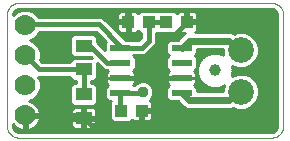
<source format=gtl>
G75*
%MOIN*%
%OFA0B0*%
%FSLAX25Y25*%
%IPPOS*%
%LPD*%
%AMOC8*
5,1,8,0,0,1.08239X$1,22.5*
%
%ADD10C,0.00000*%
%ADD11R,0.04134X0.04252*%
%ADD12R,0.05512X0.04331*%
%ADD13C,0.07000*%
%ADD14C,0.08600*%
%ADD15R,0.06700X0.02100*%
%ADD16C,0.03937*%
%ADD17C,0.02400*%
%ADD18C,0.01600*%
%ADD19C,0.01000*%
%ADD20C,0.03762*%
D10*
X0005437Y0001759D02*
X0089689Y0001759D01*
X0089813Y0001761D01*
X0089936Y0001767D01*
X0090060Y0001776D01*
X0090182Y0001790D01*
X0090305Y0001807D01*
X0090427Y0001829D01*
X0090548Y0001854D01*
X0090668Y0001883D01*
X0090787Y0001915D01*
X0090906Y0001952D01*
X0091023Y0001992D01*
X0091138Y0002035D01*
X0091253Y0002083D01*
X0091365Y0002134D01*
X0091476Y0002188D01*
X0091586Y0002246D01*
X0091693Y0002307D01*
X0091799Y0002372D01*
X0091902Y0002440D01*
X0092003Y0002511D01*
X0092102Y0002585D01*
X0092199Y0002662D01*
X0092293Y0002743D01*
X0092384Y0002826D01*
X0092473Y0002912D01*
X0092559Y0003001D01*
X0092642Y0003092D01*
X0092723Y0003186D01*
X0092800Y0003283D01*
X0092874Y0003382D01*
X0092945Y0003483D01*
X0093013Y0003586D01*
X0093078Y0003692D01*
X0093139Y0003799D01*
X0093197Y0003909D01*
X0093251Y0004020D01*
X0093302Y0004132D01*
X0093350Y0004247D01*
X0093393Y0004362D01*
X0093433Y0004479D01*
X0093470Y0004598D01*
X0093502Y0004717D01*
X0093531Y0004837D01*
X0093556Y0004958D01*
X0093578Y0005080D01*
X0093595Y0005203D01*
X0093609Y0005325D01*
X0093618Y0005449D01*
X0093624Y0005572D01*
X0093626Y0005696D01*
X0093626Y0042703D01*
X0093624Y0042827D01*
X0093618Y0042950D01*
X0093609Y0043074D01*
X0093595Y0043196D01*
X0093578Y0043319D01*
X0093556Y0043441D01*
X0093531Y0043562D01*
X0093502Y0043682D01*
X0093470Y0043801D01*
X0093433Y0043920D01*
X0093393Y0044037D01*
X0093350Y0044152D01*
X0093302Y0044267D01*
X0093251Y0044379D01*
X0093197Y0044490D01*
X0093139Y0044600D01*
X0093078Y0044707D01*
X0093013Y0044813D01*
X0092945Y0044916D01*
X0092874Y0045017D01*
X0092800Y0045116D01*
X0092723Y0045213D01*
X0092642Y0045307D01*
X0092559Y0045398D01*
X0092473Y0045487D01*
X0092384Y0045573D01*
X0092293Y0045656D01*
X0092199Y0045737D01*
X0092102Y0045814D01*
X0092003Y0045888D01*
X0091902Y0045959D01*
X0091799Y0046027D01*
X0091693Y0046092D01*
X0091586Y0046153D01*
X0091476Y0046211D01*
X0091365Y0046265D01*
X0091253Y0046316D01*
X0091138Y0046364D01*
X0091023Y0046407D01*
X0090906Y0046447D01*
X0090787Y0046484D01*
X0090668Y0046516D01*
X0090548Y0046545D01*
X0090427Y0046570D01*
X0090305Y0046592D01*
X0090182Y0046609D01*
X0090060Y0046623D01*
X0089936Y0046632D01*
X0089813Y0046638D01*
X0089689Y0046640D01*
X0005437Y0046640D01*
X0005313Y0046638D01*
X0005190Y0046632D01*
X0005066Y0046623D01*
X0004944Y0046609D01*
X0004821Y0046592D01*
X0004699Y0046570D01*
X0004578Y0046545D01*
X0004458Y0046516D01*
X0004339Y0046484D01*
X0004220Y0046447D01*
X0004103Y0046407D01*
X0003988Y0046364D01*
X0003873Y0046316D01*
X0003761Y0046265D01*
X0003650Y0046211D01*
X0003540Y0046153D01*
X0003433Y0046092D01*
X0003327Y0046027D01*
X0003224Y0045959D01*
X0003123Y0045888D01*
X0003024Y0045814D01*
X0002927Y0045737D01*
X0002833Y0045656D01*
X0002742Y0045573D01*
X0002653Y0045487D01*
X0002567Y0045398D01*
X0002484Y0045307D01*
X0002403Y0045213D01*
X0002326Y0045116D01*
X0002252Y0045017D01*
X0002181Y0044916D01*
X0002113Y0044813D01*
X0002048Y0044707D01*
X0001987Y0044600D01*
X0001929Y0044490D01*
X0001875Y0044379D01*
X0001824Y0044267D01*
X0001776Y0044152D01*
X0001733Y0044037D01*
X0001693Y0043920D01*
X0001656Y0043801D01*
X0001624Y0043682D01*
X0001595Y0043562D01*
X0001570Y0043441D01*
X0001548Y0043319D01*
X0001531Y0043196D01*
X0001517Y0043074D01*
X0001508Y0042950D01*
X0001502Y0042827D01*
X0001500Y0042703D01*
X0001500Y0005696D01*
X0001502Y0005572D01*
X0001508Y0005449D01*
X0001517Y0005325D01*
X0001531Y0005203D01*
X0001548Y0005080D01*
X0001570Y0004958D01*
X0001595Y0004837D01*
X0001624Y0004717D01*
X0001656Y0004598D01*
X0001693Y0004479D01*
X0001733Y0004362D01*
X0001776Y0004247D01*
X0001824Y0004132D01*
X0001875Y0004020D01*
X0001929Y0003909D01*
X0001987Y0003799D01*
X0002048Y0003692D01*
X0002113Y0003586D01*
X0002181Y0003483D01*
X0002252Y0003382D01*
X0002326Y0003283D01*
X0002403Y0003186D01*
X0002484Y0003092D01*
X0002567Y0003001D01*
X0002653Y0002912D01*
X0002742Y0002826D01*
X0002833Y0002743D01*
X0002927Y0002662D01*
X0003024Y0002585D01*
X0003123Y0002511D01*
X0003224Y0002440D01*
X0003327Y0002372D01*
X0003433Y0002307D01*
X0003540Y0002246D01*
X0003650Y0002188D01*
X0003761Y0002134D01*
X0003873Y0002083D01*
X0003988Y0002035D01*
X0004103Y0001992D01*
X0004220Y0001952D01*
X0004339Y0001915D01*
X0004458Y0001883D01*
X0004578Y0001854D01*
X0004699Y0001829D01*
X0004821Y0001807D01*
X0004944Y0001790D01*
X0005066Y0001776D01*
X0005190Y0001767D01*
X0005313Y0001761D01*
X0005437Y0001759D01*
D11*
X0039472Y0010774D03*
X0046362Y0010774D03*
X0048764Y0040302D03*
X0054512Y0040302D03*
X0061402Y0040302D03*
X0041874Y0040302D03*
D12*
X0027051Y0032428D03*
X0027051Y0024554D03*
X0027051Y0016168D03*
X0027051Y0008294D03*
D13*
X0007563Y0009199D03*
X0007563Y0019199D03*
X0007563Y0029199D03*
X0007563Y0039199D03*
D14*
X0079531Y0030892D03*
X0079531Y0017113D03*
D15*
X0059731Y0016699D03*
X0059731Y0021699D03*
X0059731Y0026699D03*
X0059731Y0031699D03*
X0039331Y0031699D03*
X0039331Y0026699D03*
X0039331Y0021699D03*
X0039331Y0016699D03*
D16*
X0070791Y0024199D03*
D17*
X0078665Y0030892D02*
X0079531Y0030892D01*
X0078665Y0030892D02*
X0075516Y0034042D01*
X0062074Y0034042D01*
X0059731Y0031699D01*
X0075516Y0014357D02*
X0078272Y0017113D01*
X0079531Y0017113D01*
X0075516Y0014357D02*
X0062074Y0014357D01*
X0059731Y0016699D01*
D18*
X0052681Y0012979D02*
X0052681Y0021699D01*
X0052681Y0033255D01*
X0055043Y0035617D01*
X0056717Y0035617D01*
X0061402Y0040302D01*
X0061402Y0043432D01*
X0060555Y0044278D01*
X0042445Y0044278D01*
X0041657Y0043491D01*
X0041657Y0040518D01*
X0041874Y0040302D01*
X0048764Y0040302D02*
X0054512Y0040302D01*
X0048764Y0040302D02*
X0048764Y0034062D01*
X0046382Y0031680D01*
X0039351Y0031680D01*
X0039331Y0031699D01*
X0039331Y0032431D01*
X0032209Y0039554D01*
X0007917Y0039554D01*
X0007563Y0039199D01*
X0007563Y0029199D02*
X0012209Y0024554D01*
X0027051Y0024554D01*
X0027051Y0016168D01*
X0039331Y0016699D02*
X0039331Y0010915D01*
X0039472Y0010774D01*
X0046362Y0010774D02*
X0046362Y0007523D01*
X0044807Y0005968D01*
X0029377Y0005968D01*
X0027051Y0008294D01*
X0026146Y0009199D01*
X0007563Y0009199D01*
X0039331Y0016699D02*
X0046559Y0016699D01*
X0046776Y0016916D01*
X0050713Y0011010D02*
X0052681Y0012979D01*
X0050713Y0011010D02*
X0046598Y0011010D01*
X0046362Y0010774D01*
X0052681Y0021699D02*
X0039331Y0021699D01*
X0039331Y0026699D02*
X0039272Y0026759D01*
X0034965Y0026759D01*
X0029295Y0032428D01*
X0027051Y0032428D01*
X0052681Y0021699D02*
X0059731Y0021699D01*
D19*
X0059706Y0021674D02*
X0054881Y0021674D01*
X0054881Y0020452D01*
X0054984Y0020070D01*
X0055181Y0019728D01*
X0055460Y0019449D01*
X0055598Y0019370D01*
X0054681Y0018454D01*
X0054681Y0014945D01*
X0055677Y0013949D01*
X0058380Y0013949D01*
X0059616Y0012714D01*
X0060431Y0011898D01*
X0061497Y0011457D01*
X0076093Y0011457D01*
X0076800Y0011750D01*
X0078338Y0011113D01*
X0080725Y0011113D01*
X0082930Y0012026D01*
X0084618Y0013714D01*
X0085531Y0015919D01*
X0085531Y0018306D01*
X0084618Y0020512D01*
X0082930Y0022199D01*
X0080725Y0023113D01*
X0078338Y0023113D01*
X0076387Y0022305D01*
X0076469Y0022481D01*
X0076541Y0022541D01*
X0076551Y0022656D01*
X0076600Y0022761D01*
X0076568Y0022849D01*
X0076596Y0023176D01*
X0076681Y0023493D01*
X0076741Y0023565D01*
X0076731Y0023680D01*
X0076761Y0023791D01*
X0076714Y0023872D01*
X0076686Y0024199D01*
X0076714Y0024527D01*
X0076761Y0024608D01*
X0076731Y0024719D01*
X0076741Y0024834D01*
X0076681Y0024906D01*
X0076596Y0025223D01*
X0076568Y0025550D01*
X0076591Y0025616D01*
X0078338Y0024892D01*
X0080725Y0024892D01*
X0082930Y0025806D01*
X0084618Y0027494D01*
X0085531Y0029699D01*
X0085531Y0032086D01*
X0084618Y0034291D01*
X0082930Y0035979D01*
X0080725Y0036892D01*
X0078338Y0036892D01*
X0077227Y0036432D01*
X0077158Y0036500D01*
X0076093Y0036942D01*
X0064331Y0036942D01*
X0064390Y0036976D01*
X0064669Y0037255D01*
X0064866Y0037597D01*
X0064968Y0037978D01*
X0064968Y0039802D01*
X0061902Y0039802D01*
X0061902Y0040802D01*
X0064968Y0040802D01*
X0064968Y0042625D01*
X0064866Y0043007D01*
X0064669Y0043349D01*
X0064390Y0043628D01*
X0064047Y0043826D01*
X0063666Y0043928D01*
X0061902Y0043928D01*
X0061902Y0040802D01*
X0060902Y0040802D01*
X0060902Y0043928D01*
X0059137Y0043928D01*
X0058756Y0043826D01*
X0058414Y0043628D01*
X0058134Y0043349D01*
X0058108Y0043303D01*
X0057283Y0044128D01*
X0051741Y0044128D01*
X0051638Y0044025D01*
X0051535Y0044128D01*
X0045993Y0044128D01*
X0045168Y0043303D01*
X0045141Y0043349D01*
X0044862Y0043628D01*
X0044520Y0043826D01*
X0044138Y0043928D01*
X0042374Y0043928D01*
X0042374Y0040802D01*
X0041374Y0040802D01*
X0041374Y0043928D01*
X0039610Y0043928D01*
X0039228Y0043826D01*
X0038886Y0043628D01*
X0038607Y0043349D01*
X0038409Y0043007D01*
X0038307Y0042625D01*
X0038307Y0040802D01*
X0041374Y0040802D01*
X0041374Y0039802D01*
X0038307Y0039802D01*
X0038307Y0037978D01*
X0038409Y0037597D01*
X0038607Y0037255D01*
X0038886Y0036976D01*
X0039228Y0036778D01*
X0039610Y0036676D01*
X0041374Y0036676D01*
X0041374Y0039802D01*
X0042374Y0039802D01*
X0042374Y0036676D01*
X0044138Y0036676D01*
X0044520Y0036778D01*
X0044862Y0036976D01*
X0045141Y0037255D01*
X0045168Y0037301D01*
X0045993Y0036476D01*
X0046264Y0036476D01*
X0046264Y0035097D01*
X0045346Y0034180D01*
X0043655Y0034180D01*
X0043386Y0034449D01*
X0040849Y0034449D01*
X0040748Y0034550D01*
X0033625Y0041673D01*
X0032706Y0042054D01*
X0012009Y0042054D01*
X0011971Y0042145D01*
X0010509Y0043608D01*
X0008597Y0044399D01*
X0006529Y0044399D01*
X0004617Y0043608D01*
X0003500Y0042490D01*
X0003500Y0042703D01*
X0003537Y0043081D01*
X0003826Y0043780D01*
X0004361Y0044314D01*
X0005059Y0044603D01*
X0005437Y0044640D01*
X0089689Y0044640D01*
X0090067Y0044603D01*
X0090765Y0044314D01*
X0091300Y0043780D01*
X0091589Y0043081D01*
X0091626Y0042703D01*
X0091626Y0005696D01*
X0091589Y0005318D01*
X0091300Y0004619D01*
X0090765Y0004085D01*
X0090067Y0003796D01*
X0089689Y0003759D01*
X0005437Y0003759D01*
X0005059Y0003796D01*
X0004361Y0004085D01*
X0003826Y0004619D01*
X0003537Y0005318D01*
X0003500Y0005696D01*
X0003500Y0006285D01*
X0003749Y0005942D01*
X0004306Y0005386D01*
X0004942Y0004923D01*
X0005644Y0004566D01*
X0006392Y0004323D01*
X0007063Y0004216D01*
X0007063Y0008699D01*
X0008063Y0008699D01*
X0008063Y0004216D01*
X0008734Y0004323D01*
X0009482Y0004566D01*
X0010184Y0004923D01*
X0010820Y0005386D01*
X0011377Y0005942D01*
X0011839Y0006579D01*
X0012197Y0007280D01*
X0012440Y0008029D01*
X0012546Y0008699D01*
X0008063Y0008699D01*
X0008063Y0009699D01*
X0012546Y0009699D01*
X0012440Y0010370D01*
X0012197Y0011119D01*
X0011839Y0011820D01*
X0011377Y0012457D01*
X0010820Y0013013D01*
X0010184Y0013476D01*
X0009482Y0013833D01*
X0008761Y0014067D01*
X0010509Y0014791D01*
X0011971Y0016254D01*
X0012763Y0018165D01*
X0012763Y0020234D01*
X0012009Y0022054D01*
X0022595Y0022054D01*
X0022595Y0021684D01*
X0023591Y0020688D01*
X0024551Y0020688D01*
X0024551Y0020033D01*
X0023591Y0020033D01*
X0022595Y0019037D01*
X0022595Y0013298D01*
X0023591Y0012303D01*
X0030511Y0012303D01*
X0031507Y0013298D01*
X0031507Y0019037D01*
X0030511Y0020033D01*
X0029551Y0020033D01*
X0029551Y0020688D01*
X0030511Y0020688D01*
X0031507Y0021684D01*
X0031507Y0026680D01*
X0033548Y0024639D01*
X0034467Y0024259D01*
X0034968Y0024259D01*
X0035198Y0024029D01*
X0035060Y0023950D01*
X0034781Y0023670D01*
X0034584Y0023328D01*
X0034481Y0022947D01*
X0034481Y0021724D01*
X0039306Y0021724D01*
X0039306Y0021674D01*
X0034481Y0021674D01*
X0034481Y0020452D01*
X0034584Y0020070D01*
X0034781Y0019728D01*
X0035060Y0019449D01*
X0035198Y0019370D01*
X0034281Y0018454D01*
X0034281Y0014945D01*
X0035277Y0013949D01*
X0036051Y0013949D01*
X0035706Y0013604D01*
X0035706Y0007944D01*
X0036701Y0006948D01*
X0042244Y0006948D01*
X0043068Y0007773D01*
X0043095Y0007727D01*
X0043374Y0007448D01*
X0043716Y0007251D01*
X0044098Y0007148D01*
X0045862Y0007148D01*
X0045862Y0010274D01*
X0046862Y0010274D01*
X0046862Y0007148D01*
X0048627Y0007148D01*
X0049008Y0007251D01*
X0049350Y0007448D01*
X0049629Y0007727D01*
X0049827Y0008069D01*
X0049929Y0008451D01*
X0049929Y0010274D01*
X0046862Y0010274D01*
X0046862Y0011274D01*
X0049929Y0011274D01*
X0049929Y0013098D01*
X0049827Y0013479D01*
X0049629Y0013821D01*
X0049350Y0014101D01*
X0049144Y0014220D01*
X0049811Y0014887D01*
X0050357Y0016204D01*
X0050357Y0017628D01*
X0049811Y0018945D01*
X0048804Y0019952D01*
X0047488Y0020497D01*
X0046063Y0020497D01*
X0044747Y0019952D01*
X0043995Y0019199D01*
X0043636Y0019199D01*
X0043465Y0019370D01*
X0043603Y0019449D01*
X0043882Y0019728D01*
X0044079Y0020070D01*
X0044181Y0020452D01*
X0044181Y0021674D01*
X0039357Y0021674D01*
X0039357Y0021724D01*
X0044181Y0021724D01*
X0044181Y0022947D01*
X0044079Y0023328D01*
X0043882Y0023670D01*
X0043603Y0023950D01*
X0043465Y0024029D01*
X0044381Y0024945D01*
X0044381Y0028454D01*
X0043655Y0029180D01*
X0046879Y0029180D01*
X0047798Y0029560D01*
X0050180Y0031942D01*
X0050883Y0032646D01*
X0051264Y0033564D01*
X0051264Y0036476D01*
X0051535Y0036476D01*
X0051638Y0036579D01*
X0051741Y0036476D01*
X0057283Y0036476D01*
X0058108Y0037301D01*
X0058134Y0037255D01*
X0058414Y0036976D01*
X0058756Y0036778D01*
X0059137Y0036676D01*
X0060855Y0036676D01*
X0060431Y0036500D01*
X0059616Y0035685D01*
X0058380Y0034449D01*
X0055677Y0034449D01*
X0054681Y0033454D01*
X0054681Y0029945D01*
X0055427Y0029199D01*
X0054681Y0028454D01*
X0054681Y0024945D01*
X0055598Y0024029D01*
X0055460Y0023950D01*
X0055181Y0023670D01*
X0054984Y0023328D01*
X0054881Y0022947D01*
X0054881Y0021724D01*
X0059706Y0021724D01*
X0059706Y0021674D01*
X0059757Y0021674D02*
X0059757Y0021724D01*
X0064581Y0021724D01*
X0064581Y0022947D01*
X0064479Y0023328D01*
X0064282Y0023670D01*
X0064003Y0023950D01*
X0063865Y0024029D01*
X0064781Y0024945D01*
X0064781Y0028454D01*
X0064036Y0029199D01*
X0064781Y0029945D01*
X0064781Y0031142D01*
X0073531Y0031142D01*
X0073531Y0029699D01*
X0073677Y0029347D01*
X0073469Y0029493D01*
X0073423Y0029574D01*
X0073311Y0029603D01*
X0073217Y0029670D01*
X0073125Y0029653D01*
X0072807Y0029738D01*
X0072510Y0029877D01*
X0072450Y0029949D01*
X0072335Y0029959D01*
X0072230Y0030008D01*
X0072142Y0029976D01*
X0071815Y0030004D01*
X0071498Y0030089D01*
X0071426Y0030149D01*
X0071311Y0030139D01*
X0071199Y0030169D01*
X0071119Y0030123D01*
X0070791Y0030094D01*
X0070464Y0030123D01*
X0070383Y0030169D01*
X0070272Y0030139D01*
X0070157Y0030149D01*
X0070085Y0030089D01*
X0069768Y0030004D01*
X0069441Y0029976D01*
X0069353Y0030008D01*
X0069248Y0029959D01*
X0069133Y0029949D01*
X0069073Y0029877D01*
X0068775Y0029738D01*
X0068458Y0029653D01*
X0068366Y0029670D01*
X0068271Y0029603D01*
X0068160Y0029574D01*
X0068113Y0029493D01*
X0067844Y0029304D01*
X0067546Y0029165D01*
X0067453Y0029165D01*
X0067371Y0029084D01*
X0067267Y0029035D01*
X0067235Y0028947D01*
X0067002Y0028715D01*
X0066733Y0028526D01*
X0066641Y0028510D01*
X0066575Y0028416D01*
X0066481Y0028349D01*
X0066464Y0028257D01*
X0066276Y0027988D01*
X0066044Y0027756D01*
X0065956Y0027724D01*
X0065907Y0027619D01*
X0065825Y0027538D01*
X0065825Y0027444D01*
X0065687Y0027147D01*
X0065498Y0026878D01*
X0065417Y0026831D01*
X0065387Y0026719D01*
X0065321Y0026625D01*
X0065337Y0026533D01*
X0065252Y0026215D01*
X0065114Y0025918D01*
X0065042Y0025858D01*
X0065032Y0025743D01*
X0064983Y0025638D01*
X0065015Y0025550D01*
X0064986Y0025223D01*
X0064901Y0024906D01*
X0064841Y0024834D01*
X0064851Y0024719D01*
X0064822Y0024608D01*
X0064868Y0024527D01*
X0064897Y0024199D01*
X0064868Y0023872D01*
X0064822Y0023791D01*
X0064851Y0023680D01*
X0064841Y0023565D01*
X0064901Y0023493D01*
X0064986Y0023176D01*
X0065015Y0022849D01*
X0064983Y0022761D01*
X0065032Y0022656D01*
X0065042Y0022541D01*
X0065114Y0022481D01*
X0065252Y0022183D01*
X0065337Y0021866D01*
X0065321Y0021774D01*
X0065387Y0021680D01*
X0065417Y0021568D01*
X0065498Y0021521D01*
X0065687Y0021252D01*
X0065825Y0020955D01*
X0065825Y0020861D01*
X0065907Y0020779D01*
X0065956Y0020675D01*
X0066044Y0020643D01*
X0066276Y0020411D01*
X0066464Y0020141D01*
X0066481Y0020049D01*
X0066575Y0019983D01*
X0066641Y0019889D01*
X0066733Y0019872D01*
X0067002Y0019684D01*
X0067235Y0019452D01*
X0067267Y0019364D01*
X0067371Y0019315D01*
X0067453Y0019234D01*
X0067546Y0019234D01*
X0067844Y0019095D01*
X0068113Y0018906D01*
X0068160Y0018825D01*
X0068271Y0018795D01*
X0068366Y0018729D01*
X0068458Y0018746D01*
X0068775Y0018660D01*
X0069073Y0018522D01*
X0069133Y0018450D01*
X0069248Y0018440D01*
X0069353Y0018391D01*
X0069441Y0018423D01*
X0069768Y0018395D01*
X0070085Y0018310D01*
X0070157Y0018249D01*
X0070272Y0018260D01*
X0070383Y0018230D01*
X0070464Y0018276D01*
X0070791Y0018305D01*
X0071119Y0018276D01*
X0071199Y0018230D01*
X0071311Y0018260D01*
X0071426Y0018249D01*
X0071498Y0018310D01*
X0071815Y0018395D01*
X0072142Y0018423D01*
X0072230Y0018391D01*
X0072335Y0018440D01*
X0072450Y0018450D01*
X0072510Y0018522D01*
X0072807Y0018660D01*
X0073125Y0018746D01*
X0073217Y0018729D01*
X0073311Y0018795D01*
X0073423Y0018825D01*
X0073469Y0018906D01*
X0073739Y0019095D01*
X0073887Y0019164D01*
X0073531Y0018306D01*
X0073531Y0017257D01*
X0064781Y0017257D01*
X0064781Y0018454D01*
X0063865Y0019370D01*
X0064003Y0019449D01*
X0064282Y0019728D01*
X0064479Y0020070D01*
X0064581Y0020452D01*
X0064581Y0021674D01*
X0059757Y0021674D01*
X0064581Y0021729D02*
X0065353Y0021729D01*
X0064999Y0022727D02*
X0064581Y0022727D01*
X0064839Y0023726D02*
X0064226Y0023726D01*
X0064560Y0024724D02*
X0064851Y0024724D01*
X0064781Y0025723D02*
X0065023Y0025723D01*
X0064781Y0026721D02*
X0065388Y0026721D01*
X0065954Y0027720D02*
X0064781Y0027720D01*
X0064517Y0028718D02*
X0067006Y0028718D01*
X0068695Y0029717D02*
X0064553Y0029717D01*
X0064781Y0030715D02*
X0073531Y0030715D01*
X0073531Y0029717D02*
X0072888Y0029717D01*
X0076732Y0024724D02*
X0091626Y0024724D01*
X0091626Y0023726D02*
X0076744Y0023726D01*
X0076584Y0022727D02*
X0077407Y0022727D01*
X0081656Y0022727D02*
X0091626Y0022727D01*
X0091626Y0021729D02*
X0083401Y0021729D01*
X0084399Y0020730D02*
X0091626Y0020730D01*
X0091626Y0019732D02*
X0084941Y0019732D01*
X0085355Y0018733D02*
X0091626Y0018733D01*
X0091626Y0017735D02*
X0085531Y0017735D01*
X0085531Y0016736D02*
X0091626Y0016736D01*
X0091626Y0015738D02*
X0085456Y0015738D01*
X0085043Y0014739D02*
X0091626Y0014739D01*
X0091626Y0013741D02*
X0084629Y0013741D01*
X0083646Y0012742D02*
X0091626Y0012742D01*
X0091626Y0011744D02*
X0082248Y0011744D01*
X0076815Y0011744D02*
X0076785Y0011744D01*
X0073531Y0017735D02*
X0064781Y0017735D01*
X0064502Y0018733D02*
X0068360Y0018733D01*
X0068388Y0018733D02*
X0068504Y0018733D01*
X0066934Y0019732D02*
X0064284Y0019732D01*
X0064581Y0020730D02*
X0065930Y0020730D01*
X0073079Y0018733D02*
X0073194Y0018733D01*
X0073222Y0018733D02*
X0073708Y0018733D01*
X0060805Y0011744D02*
X0049929Y0011744D01*
X0049929Y0012742D02*
X0059588Y0012742D01*
X0058589Y0013741D02*
X0049676Y0013741D01*
X0049663Y0014739D02*
X0054888Y0014739D01*
X0054681Y0015738D02*
X0050164Y0015738D01*
X0050357Y0016736D02*
X0054681Y0016736D01*
X0054681Y0017735D02*
X0050313Y0017735D01*
X0049899Y0018733D02*
X0054961Y0018733D01*
X0055179Y0019732D02*
X0049024Y0019732D01*
X0044527Y0019732D02*
X0043884Y0019732D01*
X0044181Y0020730D02*
X0054881Y0020730D01*
X0054881Y0021729D02*
X0044181Y0021729D01*
X0044181Y0022727D02*
X0054881Y0022727D01*
X0055236Y0023726D02*
X0043826Y0023726D01*
X0044160Y0024724D02*
X0054903Y0024724D01*
X0054681Y0025723D02*
X0044381Y0025723D01*
X0044381Y0026721D02*
X0054681Y0026721D01*
X0054681Y0027720D02*
X0044381Y0027720D01*
X0044117Y0028718D02*
X0054946Y0028718D01*
X0054910Y0029717D02*
X0047954Y0029717D01*
X0048953Y0030715D02*
X0054681Y0030715D01*
X0054681Y0031714D02*
X0049952Y0031714D01*
X0050911Y0032712D02*
X0054681Y0032712D01*
X0054939Y0033711D02*
X0051264Y0033711D01*
X0051264Y0034709D02*
X0058640Y0034709D01*
X0059639Y0035708D02*
X0051264Y0035708D01*
X0046264Y0035708D02*
X0039590Y0035708D01*
X0039495Y0036706D02*
X0038592Y0036706D01*
X0038380Y0037705D02*
X0037593Y0037705D01*
X0038307Y0038703D02*
X0036595Y0038703D01*
X0035596Y0039702D02*
X0038307Y0039702D01*
X0041374Y0040700D02*
X0034598Y0040700D01*
X0033563Y0041699D02*
X0038307Y0041699D01*
X0038326Y0042697D02*
X0011419Y0042697D01*
X0010296Y0043696D02*
X0039004Y0043696D01*
X0041374Y0043696D02*
X0042374Y0043696D01*
X0042374Y0042697D02*
X0041374Y0042697D01*
X0041374Y0041699D02*
X0042374Y0041699D01*
X0042374Y0039702D02*
X0041374Y0039702D01*
X0041374Y0038703D02*
X0042374Y0038703D01*
X0042374Y0037705D02*
X0041374Y0037705D01*
X0041374Y0036706D02*
X0042374Y0036706D01*
X0044253Y0036706D02*
X0045762Y0036706D01*
X0045876Y0034709D02*
X0040589Y0034709D01*
X0034527Y0033700D02*
X0034281Y0033454D01*
X0034281Y0030977D01*
X0031507Y0033752D01*
X0031507Y0035297D01*
X0030511Y0036293D01*
X0023591Y0036293D01*
X0022595Y0035297D01*
X0022595Y0029558D01*
X0023591Y0028562D01*
X0029625Y0028562D01*
X0029768Y0028419D01*
X0023591Y0028419D01*
X0022595Y0027423D01*
X0022595Y0027054D01*
X0013244Y0027054D01*
X0012578Y0027720D01*
X0012579Y0027720D02*
X0022892Y0027720D01*
X0023435Y0028718D02*
X0012763Y0028718D01*
X0012763Y0028165D02*
X0012763Y0030234D01*
X0011971Y0032145D01*
X0010509Y0033608D01*
X0009080Y0034199D01*
X0010509Y0034791D01*
X0011971Y0036254D01*
X0012303Y0037054D01*
X0031173Y0037054D01*
X0034527Y0033700D01*
X0034516Y0033711D02*
X0031548Y0033711D01*
X0031507Y0034709D02*
X0033518Y0034709D01*
X0032519Y0035708D02*
X0031096Y0035708D01*
X0031520Y0036706D02*
X0012159Y0036706D01*
X0011425Y0035708D02*
X0023006Y0035708D01*
X0022595Y0034709D02*
X0010311Y0034709D01*
X0010260Y0033711D02*
X0022595Y0033711D01*
X0022595Y0032712D02*
X0011404Y0032712D01*
X0012150Y0031714D02*
X0022595Y0031714D01*
X0022595Y0030715D02*
X0012564Y0030715D01*
X0012763Y0029717D02*
X0022595Y0029717D01*
X0031507Y0025723D02*
X0032465Y0025723D01*
X0031507Y0024724D02*
X0033463Y0024724D01*
X0034836Y0023726D02*
X0031507Y0023726D01*
X0031507Y0022727D02*
X0034481Y0022727D01*
X0034481Y0021729D02*
X0031507Y0021729D01*
X0030553Y0020730D02*
X0034481Y0020730D01*
X0034779Y0019732D02*
X0030813Y0019732D01*
X0031507Y0018733D02*
X0034561Y0018733D01*
X0034281Y0017735D02*
X0031507Y0017735D01*
X0031507Y0016736D02*
X0034281Y0016736D01*
X0034281Y0015738D02*
X0031507Y0015738D01*
X0031507Y0014739D02*
X0034488Y0014739D01*
X0035842Y0013741D02*
X0031507Y0013741D01*
X0030951Y0012742D02*
X0035706Y0012742D01*
X0035706Y0011744D02*
X0030583Y0011744D01*
X0030728Y0011660D02*
X0030386Y0011857D01*
X0030005Y0011959D01*
X0027551Y0011959D01*
X0027551Y0008794D01*
X0026551Y0008794D01*
X0026551Y0007794D01*
X0022795Y0007794D01*
X0022795Y0005931D01*
X0022898Y0005550D01*
X0023095Y0005208D01*
X0023374Y0004928D01*
X0023716Y0004731D01*
X0024098Y0004629D01*
X0026551Y0004629D01*
X0026551Y0007794D01*
X0027551Y0007794D01*
X0027551Y0004629D01*
X0030005Y0004629D01*
X0030386Y0004731D01*
X0030728Y0004928D01*
X0031007Y0005208D01*
X0031205Y0005550D01*
X0031307Y0005931D01*
X0031307Y0007794D01*
X0027551Y0007794D01*
X0027551Y0008794D01*
X0031307Y0008794D01*
X0031307Y0010657D01*
X0031205Y0011038D01*
X0031007Y0011380D01*
X0030728Y0011660D01*
X0031283Y0010745D02*
X0035706Y0010745D01*
X0035706Y0009747D02*
X0031307Y0009747D01*
X0031307Y0007750D02*
X0035900Y0007750D01*
X0035706Y0008748D02*
X0027551Y0008748D01*
X0026551Y0008748D02*
X0008063Y0008748D01*
X0008063Y0007750D02*
X0007063Y0007750D01*
X0007063Y0006751D02*
X0008063Y0006751D01*
X0008063Y0005753D02*
X0007063Y0005753D01*
X0007063Y0004754D02*
X0008063Y0004754D01*
X0009852Y0004754D02*
X0023676Y0004754D01*
X0022843Y0005753D02*
X0011187Y0005753D01*
X0011927Y0006751D02*
X0022795Y0006751D01*
X0022795Y0007750D02*
X0012349Y0007750D01*
X0012539Y0009747D02*
X0022795Y0009747D01*
X0022795Y0010657D02*
X0022795Y0008794D01*
X0026551Y0008794D01*
X0026551Y0011959D01*
X0024098Y0011959D01*
X0023716Y0011857D01*
X0023374Y0011660D01*
X0023095Y0011380D01*
X0022898Y0011038D01*
X0022795Y0010657D01*
X0022819Y0010745D02*
X0012318Y0010745D01*
X0011878Y0011744D02*
X0023520Y0011744D01*
X0023152Y0012742D02*
X0011091Y0012742D01*
X0009664Y0013741D02*
X0022595Y0013741D01*
X0022595Y0014739D02*
X0010383Y0014739D01*
X0011455Y0015738D02*
X0022595Y0015738D01*
X0022595Y0016736D02*
X0012171Y0016736D01*
X0012585Y0017735D02*
X0022595Y0017735D01*
X0022595Y0018733D02*
X0012763Y0018733D01*
X0012763Y0019732D02*
X0023290Y0019732D01*
X0023549Y0020730D02*
X0012557Y0020730D01*
X0012144Y0021729D02*
X0022595Y0021729D01*
X0012578Y0027720D02*
X0012763Y0028165D01*
X0032546Y0032712D02*
X0034281Y0032712D01*
X0034281Y0031714D02*
X0033545Y0031714D01*
X0044744Y0043696D02*
X0045561Y0043696D01*
X0057715Y0043696D02*
X0058531Y0043696D01*
X0060902Y0043696D02*
X0061902Y0043696D01*
X0061902Y0042697D02*
X0060902Y0042697D01*
X0060902Y0041699D02*
X0061902Y0041699D01*
X0061902Y0040700D02*
X0091626Y0040700D01*
X0091626Y0039702D02*
X0064968Y0039702D01*
X0064968Y0038703D02*
X0091626Y0038703D01*
X0091626Y0037705D02*
X0064895Y0037705D01*
X0059023Y0036706D02*
X0057513Y0036706D01*
X0064968Y0041699D02*
X0091626Y0041699D01*
X0091626Y0042697D02*
X0064949Y0042697D01*
X0064272Y0043696D02*
X0091334Y0043696D01*
X0091626Y0036706D02*
X0081174Y0036706D01*
X0083201Y0035708D02*
X0091626Y0035708D01*
X0091626Y0034709D02*
X0084200Y0034709D01*
X0084858Y0033711D02*
X0091626Y0033711D01*
X0091626Y0032712D02*
X0085272Y0032712D01*
X0085531Y0031714D02*
X0091626Y0031714D01*
X0091626Y0030715D02*
X0085531Y0030715D01*
X0085531Y0029717D02*
X0091626Y0029717D01*
X0091626Y0028718D02*
X0085125Y0028718D01*
X0084712Y0027720D02*
X0091626Y0027720D01*
X0091626Y0026721D02*
X0083846Y0026721D01*
X0082730Y0025723D02*
X0091626Y0025723D01*
X0077889Y0036706D02*
X0076661Y0036706D01*
X0027551Y0011744D02*
X0026551Y0011744D01*
X0026551Y0010745D02*
X0027551Y0010745D01*
X0027551Y0009747D02*
X0026551Y0009747D01*
X0026551Y0007750D02*
X0027551Y0007750D01*
X0027551Y0006751D02*
X0026551Y0006751D01*
X0026551Y0005753D02*
X0027551Y0005753D01*
X0027551Y0004754D02*
X0026551Y0004754D01*
X0030426Y0004754D02*
X0091355Y0004754D01*
X0091626Y0005753D02*
X0031259Y0005753D01*
X0031307Y0006751D02*
X0091626Y0006751D01*
X0091626Y0007750D02*
X0049642Y0007750D01*
X0049929Y0008748D02*
X0091626Y0008748D01*
X0091626Y0009747D02*
X0049929Y0009747D01*
X0046862Y0009747D02*
X0045862Y0009747D01*
X0045862Y0008748D02*
X0046862Y0008748D01*
X0046862Y0007750D02*
X0045862Y0007750D01*
X0043082Y0007750D02*
X0043045Y0007750D01*
X0046862Y0010745D02*
X0091626Y0010745D01*
X0005274Y0004754D02*
X0003771Y0004754D01*
X0003939Y0005753D02*
X0003500Y0005753D01*
X0003500Y0042697D02*
X0003707Y0042697D01*
X0003792Y0043696D02*
X0004830Y0043696D01*
D20*
X0017248Y0034829D03*
X0046776Y0016916D03*
M02*

</source>
